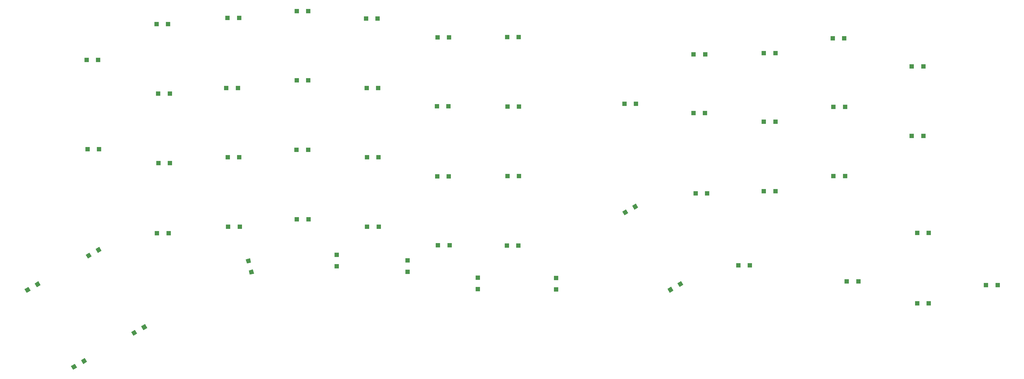
<source format=gbp>
%TF.GenerationSoftware,KiCad,Pcbnew,(5.1.10-1-10_14)*%
%TF.CreationDate,2021-08-01T23:27:55+01:00*%
%TF.ProjectId,AsymRight,4173796d-5269-4676-9874-2e6b69636164,v1*%
%TF.SameCoordinates,Original*%
%TF.FileFunction,Paste,Bot*%
%TF.FilePolarity,Positive*%
%FSLAX46Y46*%
G04 Gerber Fmt 4.6, Leading zero omitted, Abs format (unit mm)*
G04 Created by KiCad (PCBNEW (5.1.10-1-10_14)) date 2021-08-01 23:27:55*
%MOMM*%
%LPD*%
G01*
G04 APERTURE LIST*
%ADD10R,1.200000X1.200000*%
%ADD11C,0.100000*%
G04 APERTURE END LIST*
D10*
%TO.C,D0*%
X56645000Y-72620000D03*
X59795000Y-72620000D03*
%TD*%
%TO.C,D1*%
X75785000Y-62820000D03*
X78935000Y-62820000D03*
%TD*%
%TO.C,D2*%
X95205000Y-61170000D03*
X98355000Y-61170000D03*
%TD*%
%TO.C,D3*%
X114115000Y-59280000D03*
X117265000Y-59280000D03*
%TD*%
%TO.C,D4*%
X133095000Y-61280000D03*
X136245000Y-61280000D03*
%TD*%
%TO.C,D5*%
X152675000Y-66440000D03*
X155825000Y-66440000D03*
%TD*%
%TO.C,D6*%
X174835000Y-66380000D03*
X171685000Y-66380000D03*
%TD*%
%TO.C,D7*%
X203780000Y-84650000D03*
X206930000Y-84650000D03*
%TD*%
%TO.C,D8*%
X222707000Y-71120000D03*
X225857000Y-71120000D03*
%TD*%
%TO.C,D9*%
X241917000Y-70818000D03*
X245067000Y-70818000D03*
%TD*%
%TO.C,D11*%
X60065000Y-97130000D03*
X56915000Y-97130000D03*
%TD*%
%TO.C,D12*%
X79385000Y-81910000D03*
X76235000Y-81910000D03*
%TD*%
%TO.C,D13*%
X98015000Y-80330000D03*
X94865000Y-80330000D03*
%TD*%
%TO.C,D14*%
X117255000Y-78250000D03*
X114105000Y-78250000D03*
%TD*%
%TO.C,D15*%
X136395000Y-80330000D03*
X133245000Y-80330000D03*
%TD*%
%TO.C,D16*%
X155655000Y-85370000D03*
X152505000Y-85370000D03*
%TD*%
%TO.C,D17*%
X171785000Y-85470000D03*
X174935000Y-85470000D03*
%TD*%
%TO.C,D18*%
X222650000Y-87200000D03*
X225800000Y-87200000D03*
%TD*%
%TO.C,D19*%
X241917000Y-89614000D03*
X245067000Y-89614000D03*
%TD*%
%TO.C,D20*%
X260967000Y-85550000D03*
X264117000Y-85550000D03*
%TD*%
%TO.C,D21*%
X260790000Y-66690000D03*
X263940000Y-66690000D03*
%TD*%
D11*
%TO.C,D22*%
G36*
X60113605Y-123902885D02*
G01*
X60713605Y-124942115D01*
X59674375Y-125542115D01*
X59074375Y-124502885D01*
X60113605Y-123902885D01*
G37*
G36*
X57385625Y-125477885D02*
G01*
X57985625Y-126517115D01*
X56946395Y-127117115D01*
X56346395Y-126077885D01*
X57385625Y-125477885D01*
G37*
%TD*%
D10*
%TO.C,D23*%
X79405000Y-100900000D03*
X76255000Y-100900000D03*
%TD*%
%TO.C,D24*%
X98375000Y-99280000D03*
X95225000Y-99280000D03*
%TD*%
%TO.C,D25*%
X117225000Y-97310000D03*
X114075000Y-97310000D03*
%TD*%
%TO.C,D26*%
X136465000Y-99320000D03*
X133315000Y-99320000D03*
%TD*%
%TO.C,D27*%
X155735000Y-104600000D03*
X152585000Y-104600000D03*
%TD*%
%TO.C,D28*%
X174945000Y-104480000D03*
X171795000Y-104480000D03*
%TD*%
%TO.C,D29*%
X223266000Y-109220000D03*
X226416000Y-109220000D03*
%TD*%
%TO.C,D30*%
X241917000Y-108664000D03*
X245067000Y-108664000D03*
%TD*%
%TO.C,D31*%
X260967000Y-104468000D03*
X264117000Y-104468000D03*
%TD*%
%TO.C,D32*%
X282397000Y-74422000D03*
X285547000Y-74422000D03*
%TD*%
D11*
%TO.C,D33*%
G36*
X40695625Y-134887885D02*
G01*
X41295625Y-135927115D01*
X40256395Y-136527115D01*
X39656395Y-135487885D01*
X40695625Y-134887885D01*
G37*
G36*
X43423605Y-133312885D02*
G01*
X44023605Y-134352115D01*
X42984375Y-134952115D01*
X42384375Y-133912885D01*
X43423605Y-133312885D01*
G37*
%TD*%
D10*
%TO.C,D34*%
X79045000Y-120170000D03*
X75895000Y-120170000D03*
%TD*%
%TO.C,D35*%
X95365000Y-118410000D03*
X98515000Y-118410000D03*
%TD*%
%TO.C,D36*%
X117305000Y-116380000D03*
X114155000Y-116380000D03*
%TD*%
%TO.C,D37*%
X136525000Y-118380000D03*
X133375000Y-118380000D03*
%TD*%
%TO.C,D38*%
X155915000Y-123490000D03*
X152765000Y-123490000D03*
%TD*%
%TO.C,D39*%
X171605000Y-123500000D03*
X174755000Y-123500000D03*
%TD*%
D11*
%TO.C,D40*%
G36*
X206938605Y-112042885D02*
G01*
X207538605Y-113082115D01*
X206499375Y-113682115D01*
X205899375Y-112642885D01*
X206938605Y-112042885D01*
G37*
G36*
X204210625Y-113617885D02*
G01*
X204810625Y-114657115D01*
X203771395Y-115257115D01*
X203171395Y-114217885D01*
X204210625Y-113617885D01*
G37*
%TD*%
D10*
%TO.C,D41*%
X238105000Y-128960000D03*
X234955000Y-128960000D03*
%TD*%
%TO.C,D42*%
X285547000Y-93472000D03*
X282397000Y-93472000D03*
%TD*%
%TO.C,D43*%
X283860000Y-120105000D03*
X287010000Y-120105000D03*
%TD*%
D11*
%TO.C,D44*%
G36*
X53395561Y-155947885D02*
G01*
X53995561Y-156987115D01*
X52956331Y-157587115D01*
X52356331Y-156547885D01*
X53395561Y-155947885D01*
G37*
G36*
X56123541Y-154372885D02*
G01*
X56723541Y-155412115D01*
X55684311Y-156012115D01*
X55084311Y-154972885D01*
X56123541Y-154372885D01*
G37*
%TD*%
%TO.C,D45*%
G36*
X69875689Y-146647885D02*
G01*
X70475689Y-147687115D01*
X69436459Y-148287115D01*
X68836459Y-147247885D01*
X69875689Y-146647885D01*
G37*
G36*
X72603669Y-145072885D02*
G01*
X73203669Y-146112115D01*
X72164439Y-146712115D01*
X71564439Y-145672885D01*
X72603669Y-145072885D01*
G37*
%TD*%
%TO.C,D46*%
G36*
X100149860Y-127316699D02*
G01*
X101308971Y-127006116D01*
X101619554Y-128165227D01*
X100460443Y-128475810D01*
X100149860Y-127316699D01*
G37*
G36*
X100965140Y-130359365D02*
G01*
X102124251Y-130048782D01*
X102434834Y-131207893D01*
X101275723Y-131518476D01*
X100965140Y-130359365D01*
G37*
%TD*%
D10*
%TO.C,D47*%
X125090000Y-129235000D03*
X125090000Y-126085000D03*
%TD*%
%TO.C,D48*%
X144410000Y-130755000D03*
X144410000Y-127605000D03*
%TD*%
%TO.C,D49*%
X163680000Y-132365000D03*
X163680000Y-135515000D03*
%TD*%
%TO.C,D50*%
X185120000Y-132390000D03*
X185120000Y-135540000D03*
%TD*%
D11*
%TO.C,D51*%
G36*
X219302595Y-133255385D02*
G01*
X219902595Y-134294615D01*
X218863365Y-134894615D01*
X218263365Y-133855385D01*
X219302595Y-133255385D01*
G37*
G36*
X216574615Y-134830385D02*
G01*
X217174615Y-135869615D01*
X216135385Y-136469615D01*
X215535385Y-135430385D01*
X216574615Y-134830385D01*
G37*
%TD*%
D10*
%TO.C,D52*%
X267767000Y-133350000D03*
X264617000Y-133350000D03*
%TD*%
%TO.C,D53*%
X287010000Y-139355000D03*
X283860000Y-139355000D03*
%TD*%
%TO.C,D54*%
X302717000Y-134366000D03*
X305867000Y-134366000D03*
%TD*%
M02*

</source>
